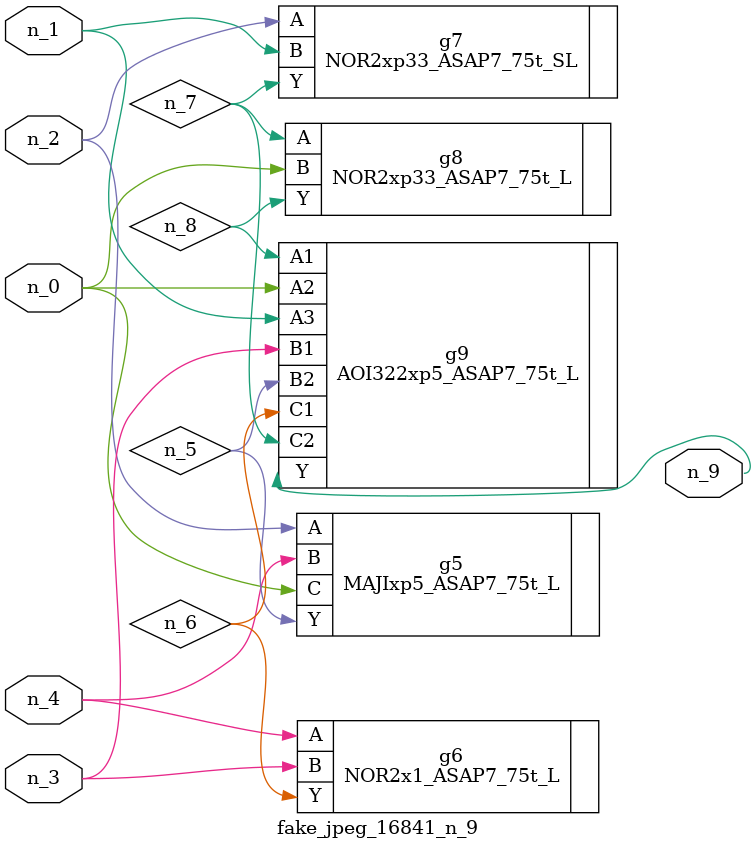
<source format=v>
module fake_jpeg_16841_n_9 (n_3, n_2, n_1, n_0, n_4, n_9);

input n_3;
input n_2;
input n_1;
input n_0;
input n_4;

output n_9;

wire n_8;
wire n_6;
wire n_5;
wire n_7;

MAJIxp5_ASAP7_75t_L g5 ( 
.A(n_2),
.B(n_4),
.C(n_0),
.Y(n_5)
);

NOR2x1_ASAP7_75t_L g6 ( 
.A(n_4),
.B(n_3),
.Y(n_6)
);

NOR2xp33_ASAP7_75t_SL g7 ( 
.A(n_2),
.B(n_1),
.Y(n_7)
);

NOR2xp33_ASAP7_75t_L g8 ( 
.A(n_7),
.B(n_0),
.Y(n_8)
);

AOI322xp5_ASAP7_75t_L g9 ( 
.A1(n_8),
.A2(n_0),
.A3(n_1),
.B1(n_3),
.B2(n_5),
.C1(n_6),
.C2(n_7),
.Y(n_9)
);


endmodule
</source>
